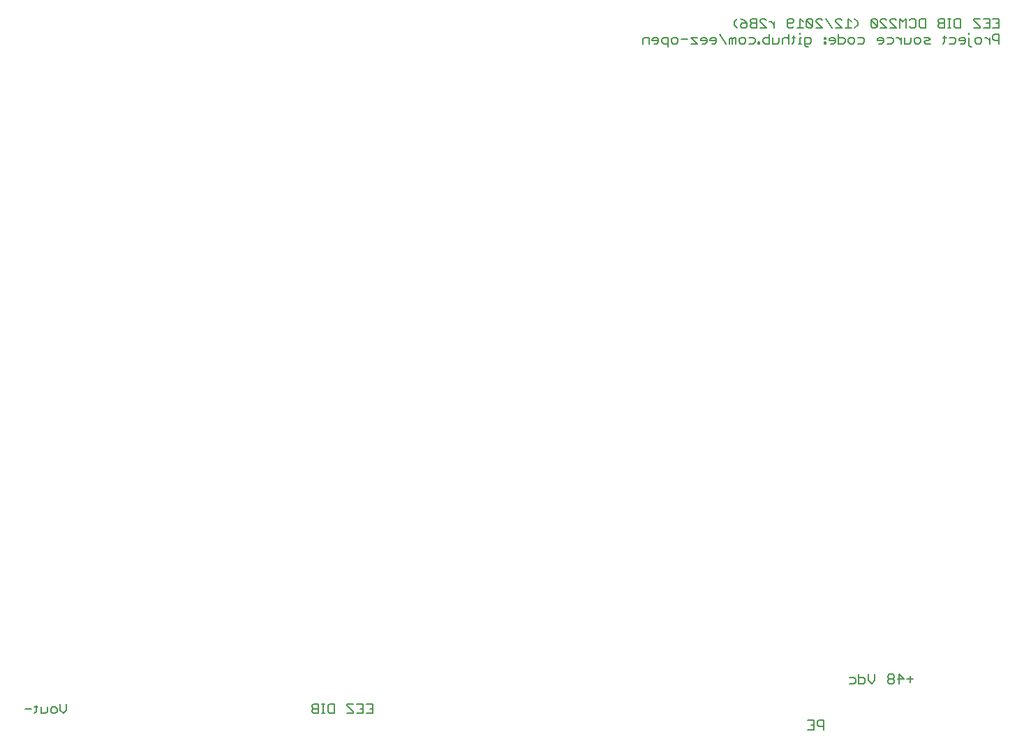
<source format=gbo>
G75*
%MOIN*%
%OFA0B0*%
%FSLAX25Y25*%
%IPPOS*%
%LPD*%
%AMOC8*
5,1,8,0,0,1.08239X$1,22.5*
%
%ADD10C,0.00500*%
D10*
X0316824Y0060285D02*
X0319826Y0060285D01*
X0321394Y0061036D02*
X0322896Y0061036D01*
X0322145Y0061787D02*
X0322145Y0058784D01*
X0321394Y0058033D01*
X0324497Y0058033D02*
X0324497Y0061036D01*
X0327499Y0061036D02*
X0327499Y0058784D01*
X0326749Y0058033D01*
X0324497Y0058033D01*
X0329101Y0058784D02*
X0329101Y0060285D01*
X0329852Y0061036D01*
X0331353Y0061036D01*
X0332103Y0060285D01*
X0332103Y0058784D01*
X0331353Y0058033D01*
X0329852Y0058033D01*
X0329101Y0058784D01*
X0333705Y0059535D02*
X0333705Y0062537D01*
X0333705Y0059535D02*
X0335206Y0058033D01*
X0336707Y0059535D01*
X0336707Y0062537D01*
X0453866Y0061787D02*
X0453866Y0061036D01*
X0454617Y0060285D01*
X0456868Y0060285D01*
X0454617Y0060285D02*
X0453866Y0059535D01*
X0453866Y0058784D01*
X0454617Y0058033D01*
X0456868Y0058033D01*
X0456868Y0062537D01*
X0454617Y0062537D01*
X0453866Y0061787D01*
X0458436Y0062537D02*
X0459938Y0062537D01*
X0459187Y0062537D02*
X0459187Y0058033D01*
X0459938Y0058033D02*
X0458436Y0058033D01*
X0461539Y0058784D02*
X0461539Y0061787D01*
X0462290Y0062537D01*
X0464542Y0062537D01*
X0464542Y0058033D01*
X0462290Y0058033D01*
X0461539Y0058784D01*
X0470747Y0058033D02*
X0473749Y0058033D01*
X0473749Y0058784D01*
X0470747Y0061787D01*
X0470747Y0062537D01*
X0473749Y0062537D01*
X0475351Y0062537D02*
X0478353Y0062537D01*
X0478353Y0058033D01*
X0475351Y0058033D01*
X0476852Y0060285D02*
X0478353Y0060285D01*
X0479955Y0058033D02*
X0482957Y0058033D01*
X0482957Y0062537D01*
X0479955Y0062537D01*
X0481456Y0060285D02*
X0482957Y0060285D01*
X0690601Y0054787D02*
X0693603Y0054787D01*
X0693603Y0050283D01*
X0690601Y0050283D01*
X0692102Y0052535D02*
X0693603Y0052535D01*
X0695205Y0052535D02*
X0695955Y0051785D01*
X0698207Y0051785D01*
X0698207Y0050283D02*
X0698207Y0054787D01*
X0695955Y0054787D01*
X0695205Y0054037D01*
X0695205Y0052535D01*
X0710465Y0072268D02*
X0712717Y0072268D01*
X0713468Y0073018D01*
X0713468Y0074520D01*
X0712717Y0075270D01*
X0710465Y0075270D01*
X0715069Y0075270D02*
X0717321Y0075270D01*
X0718072Y0074520D01*
X0718072Y0073018D01*
X0717321Y0072268D01*
X0715069Y0072268D01*
X0715069Y0076772D01*
X0719673Y0076772D02*
X0719673Y0073769D01*
X0721174Y0072268D01*
X0722676Y0073769D01*
X0722676Y0076772D01*
X0728881Y0076021D02*
X0728881Y0075270D01*
X0729631Y0074520D01*
X0731133Y0074520D01*
X0731883Y0075270D01*
X0731883Y0076021D01*
X0731133Y0076772D01*
X0729631Y0076772D01*
X0728881Y0076021D01*
X0729631Y0074520D02*
X0728881Y0073769D01*
X0728881Y0073018D01*
X0729631Y0072268D01*
X0731133Y0072268D01*
X0731883Y0073018D01*
X0731883Y0073769D01*
X0731133Y0074520D01*
X0733485Y0074520D02*
X0736487Y0074520D01*
X0734235Y0076772D01*
X0734235Y0072268D01*
X0738089Y0074520D02*
X0741091Y0074520D01*
X0739590Y0076021D02*
X0739590Y0073018D01*
X0768296Y0376516D02*
X0767545Y0377267D01*
X0767545Y0381020D01*
X0767545Y0382522D02*
X0767545Y0383272D01*
X0765227Y0381020D02*
X0763726Y0381020D01*
X0762975Y0380270D01*
X0762975Y0379519D01*
X0765977Y0379519D01*
X0765977Y0378768D02*
X0765977Y0380270D01*
X0765227Y0381020D01*
X0765977Y0378768D02*
X0765227Y0378018D01*
X0763726Y0378018D01*
X0761374Y0378768D02*
X0761374Y0380270D01*
X0760623Y0381020D01*
X0758371Y0381020D01*
X0756770Y0381020D02*
X0755268Y0381020D01*
X0756019Y0381771D02*
X0756019Y0378768D01*
X0755268Y0378018D01*
X0758371Y0378018D02*
X0760623Y0378018D01*
X0761374Y0378768D01*
X0768296Y0376516D02*
X0769047Y0376516D01*
X0770648Y0378768D02*
X0770648Y0380270D01*
X0771399Y0381020D01*
X0772900Y0381020D01*
X0773651Y0380270D01*
X0773651Y0378768D01*
X0772900Y0378018D01*
X0771399Y0378018D01*
X0770648Y0378768D01*
X0775235Y0381020D02*
X0775986Y0381020D01*
X0777487Y0379519D01*
X0777487Y0378018D02*
X0777487Y0381020D01*
X0779089Y0380270D02*
X0779839Y0379519D01*
X0782091Y0379519D01*
X0782091Y0378018D02*
X0782091Y0382522D01*
X0779839Y0382522D01*
X0779089Y0381771D01*
X0779089Y0380270D01*
X0779089Y0385518D02*
X0782091Y0385518D01*
X0782091Y0390022D01*
X0779089Y0390022D01*
X0777487Y0390022D02*
X0777487Y0385518D01*
X0774485Y0385518D01*
X0772883Y0385518D02*
X0769881Y0385518D01*
X0772883Y0385518D02*
X0772883Y0386268D01*
X0769881Y0389271D01*
X0769881Y0390022D01*
X0772883Y0390022D01*
X0774485Y0390022D02*
X0777487Y0390022D01*
X0777487Y0387770D02*
X0775986Y0387770D01*
X0780590Y0387770D02*
X0782091Y0387770D01*
X0763676Y0390022D02*
X0763676Y0385518D01*
X0761424Y0385518D01*
X0760673Y0386268D01*
X0760673Y0389271D01*
X0761424Y0390022D01*
X0763676Y0390022D01*
X0759072Y0390022D02*
X0757570Y0390022D01*
X0758321Y0390022D02*
X0758321Y0385518D01*
X0759072Y0385518D02*
X0757570Y0385518D01*
X0756002Y0385518D02*
X0753750Y0385518D01*
X0753000Y0386268D01*
X0753000Y0387019D01*
X0753750Y0387770D01*
X0756002Y0387770D01*
X0756002Y0385518D02*
X0756002Y0390022D01*
X0753750Y0390022D01*
X0753000Y0389271D01*
X0753000Y0388520D01*
X0753750Y0387770D01*
X0746794Y0390022D02*
X0746794Y0385518D01*
X0744543Y0385518D01*
X0743792Y0386268D01*
X0743792Y0389271D01*
X0744543Y0390022D01*
X0746794Y0390022D01*
X0742191Y0389271D02*
X0742191Y0386268D01*
X0741440Y0385518D01*
X0739939Y0385518D01*
X0739188Y0386268D01*
X0737587Y0385518D02*
X0737587Y0390022D01*
X0736085Y0388520D01*
X0734584Y0390022D01*
X0734584Y0385518D01*
X0732983Y0385518D02*
X0729980Y0388520D01*
X0729980Y0389271D01*
X0730731Y0390022D01*
X0732232Y0390022D01*
X0732983Y0389271D01*
X0732983Y0385518D02*
X0729980Y0385518D01*
X0728379Y0385518D02*
X0725376Y0388520D01*
X0725376Y0389271D01*
X0726127Y0390022D01*
X0727628Y0390022D01*
X0728379Y0389271D01*
X0728379Y0385518D02*
X0725376Y0385518D01*
X0723775Y0386268D02*
X0720772Y0389271D01*
X0720772Y0386268D01*
X0721523Y0385518D01*
X0723024Y0385518D01*
X0723775Y0386268D01*
X0723775Y0389271D01*
X0723024Y0390022D01*
X0721523Y0390022D01*
X0720772Y0389271D01*
X0714567Y0388520D02*
X0713066Y0390022D01*
X0714567Y0388520D02*
X0714567Y0387019D01*
X0713066Y0385518D01*
X0711498Y0385518D02*
X0708495Y0385518D01*
X0709996Y0385518D02*
X0709996Y0390022D01*
X0711498Y0388520D01*
X0706894Y0389271D02*
X0706143Y0390022D01*
X0704642Y0390022D01*
X0703891Y0389271D01*
X0703891Y0388520D01*
X0706894Y0385518D01*
X0703891Y0385518D01*
X0702290Y0385518D02*
X0699287Y0390022D01*
X0697686Y0389271D02*
X0696935Y0390022D01*
X0695434Y0390022D01*
X0694683Y0389271D01*
X0694683Y0388520D01*
X0697686Y0385518D01*
X0694683Y0385518D01*
X0693082Y0386268D02*
X0690079Y0389271D01*
X0690079Y0386268D01*
X0690830Y0385518D01*
X0692331Y0385518D01*
X0693082Y0386268D01*
X0693082Y0389271D01*
X0692331Y0390022D01*
X0690830Y0390022D01*
X0690079Y0389271D01*
X0688478Y0388520D02*
X0686977Y0390022D01*
X0686977Y0385518D01*
X0688478Y0385518D02*
X0685476Y0385518D01*
X0683874Y0386268D02*
X0683124Y0385518D01*
X0681622Y0385518D01*
X0680872Y0386268D01*
X0680872Y0389271D01*
X0681622Y0390022D01*
X0683124Y0390022D01*
X0683874Y0389271D01*
X0683874Y0388520D01*
X0683124Y0387770D01*
X0680872Y0387770D01*
X0681572Y0382522D02*
X0681572Y0378018D01*
X0683140Y0378018D02*
X0683891Y0378768D01*
X0683891Y0381771D01*
X0684641Y0381020D02*
X0683140Y0381020D01*
X0681572Y0380270D02*
X0680822Y0381020D01*
X0679320Y0381020D01*
X0678570Y0380270D01*
X0678570Y0378018D01*
X0676968Y0378768D02*
X0676218Y0378018D01*
X0673966Y0378018D01*
X0673966Y0381020D01*
X0672364Y0381020D02*
X0670112Y0381020D01*
X0669362Y0380270D01*
X0669362Y0378768D01*
X0670112Y0378018D01*
X0672364Y0378018D01*
X0672364Y0382522D01*
X0670830Y0385518D02*
X0667827Y0388520D01*
X0667827Y0389271D01*
X0668578Y0390022D01*
X0670079Y0390022D01*
X0670830Y0389271D01*
X0672414Y0388520D02*
X0673165Y0388520D01*
X0674666Y0387019D01*
X0674666Y0385518D02*
X0674666Y0388520D01*
X0670830Y0385518D02*
X0667827Y0385518D01*
X0666226Y0385518D02*
X0663974Y0385518D01*
X0663223Y0386268D01*
X0663223Y0387019D01*
X0663974Y0387770D01*
X0666226Y0387770D01*
X0666226Y0385518D02*
X0666226Y0390022D01*
X0663974Y0390022D01*
X0663223Y0389271D01*
X0663223Y0388520D01*
X0663974Y0387770D01*
X0661622Y0387770D02*
X0659370Y0387770D01*
X0658619Y0387019D01*
X0658619Y0386268D01*
X0659370Y0385518D01*
X0660871Y0385518D01*
X0661622Y0386268D01*
X0661622Y0387770D01*
X0660121Y0389271D01*
X0658619Y0390022D01*
X0657018Y0390022D02*
X0655517Y0388520D01*
X0655517Y0387019D01*
X0657018Y0385518D01*
X0656251Y0381020D02*
X0655500Y0381020D01*
X0654749Y0380270D01*
X0653999Y0381020D01*
X0653248Y0380270D01*
X0653248Y0378018D01*
X0654749Y0378018D02*
X0654749Y0380270D01*
X0656251Y0381020D02*
X0656251Y0378018D01*
X0657852Y0378768D02*
X0657852Y0380270D01*
X0658603Y0381020D01*
X0660104Y0381020D01*
X0660855Y0380270D01*
X0660855Y0378768D01*
X0660104Y0378018D01*
X0658603Y0378018D01*
X0657852Y0378768D01*
X0662456Y0378018D02*
X0664708Y0378018D01*
X0665458Y0378768D01*
X0665458Y0380270D01*
X0664708Y0381020D01*
X0662456Y0381020D01*
X0667010Y0378768D02*
X0667010Y0378018D01*
X0667760Y0378018D01*
X0667760Y0378768D01*
X0667010Y0378768D01*
X0676968Y0378768D02*
X0676968Y0381020D01*
X0686209Y0378018D02*
X0687711Y0378018D01*
X0686960Y0378018D02*
X0686960Y0381020D01*
X0687711Y0381020D01*
X0689312Y0381020D02*
X0689312Y0377267D01*
X0690063Y0376516D01*
X0690813Y0376516D01*
X0691564Y0378018D02*
X0689312Y0378018D01*
X0691564Y0378018D02*
X0692315Y0378768D01*
X0692315Y0380270D01*
X0691564Y0381020D01*
X0689312Y0381020D01*
X0686960Y0382522D02*
X0686960Y0383272D01*
X0698470Y0381020D02*
X0698470Y0380270D01*
X0699221Y0380270D01*
X0699221Y0381020D01*
X0698470Y0381020D01*
X0698470Y0378768D02*
X0698470Y0378018D01*
X0699221Y0378018D01*
X0699221Y0378768D01*
X0698470Y0378768D01*
X0700822Y0379519D02*
X0703824Y0379519D01*
X0703824Y0378768D02*
X0703824Y0380270D01*
X0703074Y0381020D01*
X0701573Y0381020D01*
X0700822Y0380270D01*
X0700822Y0379519D01*
X0701573Y0378018D02*
X0703074Y0378018D01*
X0703824Y0378768D01*
X0705426Y0378018D02*
X0705426Y0382522D01*
X0705426Y0381020D02*
X0707678Y0381020D01*
X0708428Y0380270D01*
X0708428Y0378768D01*
X0707678Y0378018D01*
X0705426Y0378018D01*
X0710030Y0378768D02*
X0710030Y0380270D01*
X0710780Y0381020D01*
X0712282Y0381020D01*
X0713032Y0380270D01*
X0713032Y0378768D01*
X0712282Y0378018D01*
X0710780Y0378018D01*
X0710030Y0378768D01*
X0714634Y0378018D02*
X0716886Y0378018D01*
X0717636Y0378768D01*
X0717636Y0380270D01*
X0716886Y0381020D01*
X0714634Y0381020D01*
X0723842Y0380270D02*
X0723842Y0379519D01*
X0726844Y0379519D01*
X0726844Y0378768D02*
X0726844Y0380270D01*
X0726093Y0381020D01*
X0724592Y0381020D01*
X0723842Y0380270D01*
X0724592Y0378018D02*
X0726093Y0378018D01*
X0726844Y0378768D01*
X0728445Y0378018D02*
X0730697Y0378018D01*
X0731448Y0378768D01*
X0731448Y0380270D01*
X0730697Y0381020D01*
X0728445Y0381020D01*
X0733033Y0381020D02*
X0733783Y0381020D01*
X0735285Y0379519D01*
X0735285Y0378018D02*
X0735285Y0381020D01*
X0736886Y0381020D02*
X0736886Y0378018D01*
X0739138Y0378018D01*
X0739889Y0378768D01*
X0739889Y0381020D01*
X0741490Y0380270D02*
X0742241Y0381020D01*
X0743742Y0381020D01*
X0744492Y0380270D01*
X0744492Y0378768D01*
X0743742Y0378018D01*
X0742241Y0378018D01*
X0741490Y0378768D01*
X0741490Y0380270D01*
X0746094Y0381020D02*
X0748346Y0381020D01*
X0749096Y0380270D01*
X0748346Y0379519D01*
X0746845Y0379519D01*
X0746094Y0378768D01*
X0746845Y0378018D01*
X0749096Y0378018D01*
X0742191Y0389271D02*
X0741440Y0390022D01*
X0739939Y0390022D01*
X0739188Y0389271D01*
X0651647Y0378018D02*
X0648644Y0382522D01*
X0647043Y0380270D02*
X0647043Y0378768D01*
X0646292Y0378018D01*
X0644791Y0378018D01*
X0644040Y0379519D02*
X0647043Y0379519D01*
X0647043Y0380270D02*
X0646292Y0381020D01*
X0644791Y0381020D01*
X0644040Y0380270D01*
X0644040Y0379519D01*
X0642439Y0379519D02*
X0639436Y0379519D01*
X0639436Y0380270D01*
X0640187Y0381020D01*
X0641688Y0381020D01*
X0642439Y0380270D01*
X0642439Y0378768D01*
X0641688Y0378018D01*
X0640187Y0378018D01*
X0637835Y0378018D02*
X0634832Y0381020D01*
X0637835Y0381020D01*
X0637835Y0378018D02*
X0634832Y0378018D01*
X0633231Y0380270D02*
X0630228Y0380270D01*
X0628627Y0380270D02*
X0628627Y0378768D01*
X0627876Y0378018D01*
X0626375Y0378018D01*
X0625625Y0378768D01*
X0625625Y0380270D01*
X0626375Y0381020D01*
X0627876Y0381020D01*
X0628627Y0380270D01*
X0624023Y0381020D02*
X0621771Y0381020D01*
X0621021Y0380270D01*
X0621021Y0378768D01*
X0621771Y0378018D01*
X0624023Y0378018D01*
X0624023Y0376516D02*
X0624023Y0381020D01*
X0619419Y0380270D02*
X0619419Y0378768D01*
X0618669Y0378018D01*
X0617167Y0378018D01*
X0616417Y0379519D02*
X0619419Y0379519D01*
X0619419Y0380270D02*
X0618669Y0381020D01*
X0617167Y0381020D01*
X0616417Y0380270D01*
X0616417Y0379519D01*
X0614815Y0381020D02*
X0612563Y0381020D01*
X0611813Y0380270D01*
X0611813Y0378018D01*
X0614815Y0378018D02*
X0614815Y0381020D01*
M02*

</source>
